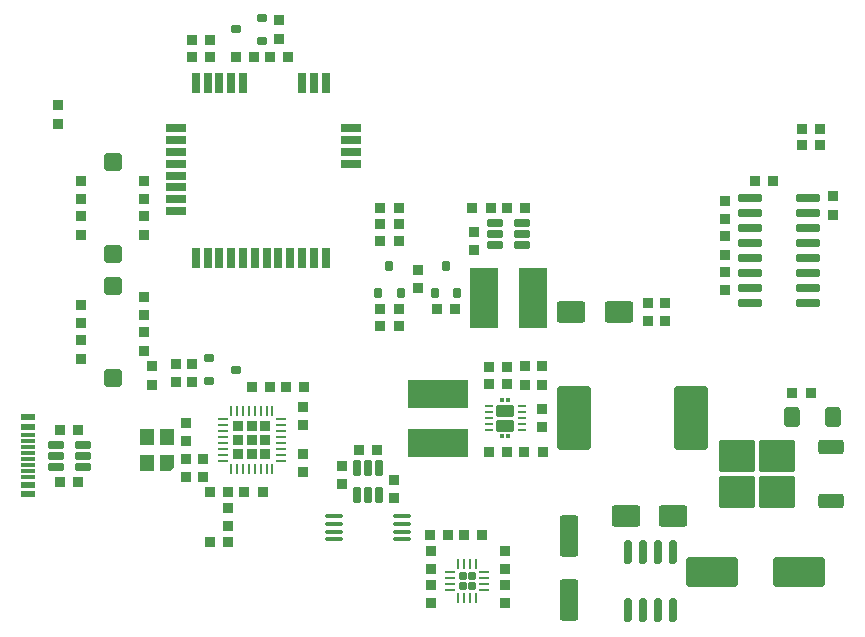
<source format=gtp>
G04 #@! TF.GenerationSoftware,KiCad,Pcbnew,8.0.2-8.0.2-0~ubuntu23.10.1*
G04 #@! TF.CreationDate,2024-05-02T10:42:59+07:00*
G04 #@! TF.ProjectId,Node_RS232,4e6f6465-5f52-4533-9233-322e6b696361,rev?*
G04 #@! TF.SameCoordinates,Original*
G04 #@! TF.FileFunction,Paste,Top*
G04 #@! TF.FilePolarity,Positive*
%FSLAX46Y46*%
G04 Gerber Fmt 4.6, Leading zero omitted, Abs format (unit mm)*
G04 Created by KiCad (PCBNEW 8.0.2-8.0.2-0~ubuntu23.10.1) date 2024-05-02 10:42:59*
%MOMM*%
%LPD*%
G01*
G04 APERTURE LIST*
G04 Aperture macros list*
%AMRoundRect*
0 Rectangle with rounded corners*
0 $1 Rounding radius*
0 $2 $3 $4 $5 $6 $7 $8 $9 X,Y pos of 4 corners*
0 Add a 4 corners polygon primitive as box body*
4,1,4,$2,$3,$4,$5,$6,$7,$8,$9,$2,$3,0*
0 Add four circle primitives for the rounded corners*
1,1,$1+$1,$2,$3*
1,1,$1+$1,$4,$5*
1,1,$1+$1,$6,$7*
1,1,$1+$1,$8,$9*
0 Add four rect primitives between the rounded corners*
20,1,$1+$1,$2,$3,$4,$5,0*
20,1,$1+$1,$4,$5,$6,$7,0*
20,1,$1+$1,$6,$7,$8,$9,0*
20,1,$1+$1,$8,$9,$2,$3,0*%
%AMFreePoly0*
4,1,18,-0.700000,0.540000,-0.695433,0.562961,-0.682426,0.582426,-0.662961,0.595433,-0.640000,0.600000,0.640000,0.600000,0.662961,0.595433,0.682426,0.582426,0.695433,0.562961,0.700000,0.540000,0.700000,-0.540000,0.695433,-0.562961,0.682426,-0.582426,0.662961,-0.595433,0.640000,-0.600000,-0.400000,-0.600000,-0.700000,-0.300000,-0.700000,0.540000,-0.700000,0.540000,$1*%
G04 Aperture macros list end*
%ADD10RoundRect,0.085000X0.365000X-0.340000X0.365000X0.340000X-0.365000X0.340000X-0.365000X-0.340000X0*%
%ADD11RoundRect,0.085000X0.340000X0.365000X-0.340000X0.365000X-0.340000X-0.365000X0.340000X-0.365000X0*%
%ADD12R,2.350000X5.100000*%
%ADD13R,0.700000X1.800000*%
%ADD14R,1.800000X0.700000*%
%ADD15RoundRect,0.250000X-0.550000X1.500000X-0.550000X-1.500000X0.550000X-1.500000X0.550000X1.500000X0*%
%ADD16RoundRect,0.085000X-0.340000X-0.365000X0.340000X-0.365000X0.340000X0.365000X-0.340000X0.365000X0*%
%ADD17RoundRect,0.060000X-0.915000X-0.240000X0.915000X-0.240000X0.915000X0.240000X-0.915000X0.240000X0*%
%ADD18RoundRect,0.085000X-0.365000X0.340000X-0.365000X-0.340000X0.365000X-0.340000X0.365000X0.340000X0*%
%ADD19RoundRect,0.100000X0.637500X0.100000X-0.637500X0.100000X-0.637500X-0.100000X0.637500X-0.100000X0*%
%ADD20R,1.300000X0.600000*%
%ADD21R,1.300000X0.300000*%
%ADD22RoundRect,0.090000X0.360000X0.210000X-0.360000X0.210000X-0.360000X-0.210000X0.360000X-0.210000X0*%
%ADD23RoundRect,0.090000X-0.560000X-0.210000X0.560000X-0.210000X0.560000X0.210000X-0.560000X0.210000X0*%
%ADD24R,5.100000X2.350000*%
%ADD25RoundRect,0.025000X-0.100000X-0.145000X0.100000X-0.145000X0.100000X0.145000X-0.100000X0.145000X0*%
%ADD26RoundRect,0.106000X-0.644000X-0.424000X0.644000X-0.424000X0.644000X0.424000X-0.644000X0.424000X0*%
%ADD27RoundRect,0.060000X-0.240000X-0.060000X0.240000X-0.060000X0.240000X0.060000X-0.240000X0.060000X0*%
%ADD28RoundRect,0.090000X0.210000X-0.360000X0.210000X0.360000X-0.210000X0.360000X-0.210000X-0.360000X0*%
%ADD29FreePoly0,90.000000*%
%ADD30RoundRect,0.060000X0.540000X-0.640000X0.540000X0.640000X-0.540000X0.640000X-0.540000X-0.640000X0*%
%ADD31RoundRect,0.290000X1.160000X2.410000X-1.160000X2.410000X-1.160000X-2.410000X1.160000X-2.410000X0*%
%ADD32RoundRect,0.250000X0.850000X0.350000X-0.850000X0.350000X-0.850000X-0.350000X0.850000X-0.350000X0*%
%ADD33RoundRect,0.250000X1.275000X1.125000X-1.275000X1.125000X-1.275000X-1.125000X1.275000X-1.125000X0*%
%ADD34RoundRect,0.090000X-0.360000X-0.210000X0.360000X-0.210000X0.360000X0.210000X-0.360000X0.210000X0*%
%ADD35RoundRect,0.090000X0.560000X0.210000X-0.560000X0.210000X-0.560000X-0.210000X0.560000X-0.210000X0*%
%ADD36RoundRect,0.232500X0.232500X-0.232500X0.232500X0.232500X-0.232500X0.232500X-0.232500X-0.232500X0*%
%ADD37RoundRect,0.062500X0.062500X-0.375000X0.062500X0.375000X-0.062500X0.375000X-0.062500X-0.375000X0*%
%ADD38RoundRect,0.062500X0.375000X-0.062500X0.375000X0.062500X-0.375000X0.062500X-0.375000X-0.062500X0*%
%ADD39RoundRect,0.172500X-0.172500X-0.172500X0.172500X-0.172500X0.172500X0.172500X-0.172500X0.172500X0*%
%ADD40RoundRect,0.062500X-0.375000X-0.062500X0.375000X-0.062500X0.375000X0.062500X-0.375000X0.062500X0*%
%ADD41RoundRect,0.062500X-0.062500X-0.375000X0.062500X-0.375000X0.062500X0.375000X-0.062500X0.375000X0*%
%ADD42RoundRect,0.150000X-0.600000X0.600000X-0.600000X-0.600000X0.600000X-0.600000X0.600000X0.600000X0*%
%ADD43RoundRect,0.090000X-0.210000X0.885000X-0.210000X-0.885000X0.210000X-0.885000X0.210000X0.885000X0*%
%ADD44RoundRect,0.250000X0.400000X0.600000X-0.400000X0.600000X-0.400000X-0.600000X0.400000X-0.600000X0*%
%ADD45RoundRect,0.090000X0.210000X-0.560000X0.210000X0.560000X-0.210000X0.560000X-0.210000X-0.560000X0*%
%ADD46RoundRect,0.180000X1.020000X0.720000X-1.020000X0.720000X-1.020000X-0.720000X1.020000X-0.720000X0*%
%ADD47RoundRect,0.250000X-1.950000X-1.000000X1.950000X-1.000000X1.950000X1.000000X-1.950000X1.000000X0*%
G04 APERTURE END LIST*
D10*
X116300000Y-90500000D03*
X116300000Y-88950000D03*
D11*
X148575000Y-81400000D03*
X147025000Y-81400000D03*
D12*
X145125000Y-89000000D03*
X149275000Y-89000000D03*
D11*
X136075000Y-101900000D03*
X134525000Y-101900000D03*
D13*
X120700000Y-85625000D03*
X121700000Y-85625000D03*
X122700000Y-85625000D03*
X123700000Y-85625000D03*
X124700000Y-85625000D03*
X125700000Y-85625000D03*
X126700000Y-85625000D03*
X127700000Y-85625000D03*
X128700000Y-85625000D03*
X129700000Y-85625000D03*
X130700000Y-85625000D03*
X131700000Y-85625000D03*
D14*
X133835000Y-77670000D03*
X133835000Y-76670000D03*
X133835000Y-75670000D03*
X133835000Y-74670000D03*
D13*
X131700000Y-70825000D03*
X130700000Y-70825000D03*
X129700000Y-70825000D03*
X124700000Y-70825000D03*
X123700000Y-70825000D03*
X122700000Y-70825000D03*
X121700000Y-70825000D03*
X120700000Y-70825000D03*
D14*
X119035000Y-74670000D03*
X119035000Y-75670000D03*
X119035000Y-76670000D03*
X119035000Y-77670000D03*
X119035000Y-78670000D03*
X119035000Y-79670000D03*
X119035000Y-80670000D03*
X119035000Y-81670000D03*
D10*
X111000000Y-91175000D03*
X111000000Y-89625000D03*
D15*
X152300000Y-109200000D03*
X152300000Y-114600000D03*
D16*
X136325000Y-90000000D03*
X137875000Y-90000000D03*
D11*
X137875000Y-84200000D03*
X136325000Y-84200000D03*
D17*
X167625000Y-80555000D03*
X167625000Y-81825000D03*
X167625000Y-83095000D03*
X167625000Y-84365000D03*
X167625000Y-85635000D03*
X167625000Y-86905000D03*
X167625000Y-88175000D03*
X167625000Y-89445000D03*
X172575000Y-89445000D03*
X172575000Y-88175000D03*
X172575000Y-86905000D03*
X172575000Y-85635000D03*
X172575000Y-84365000D03*
X172575000Y-83095000D03*
X172575000Y-81825000D03*
X172575000Y-80555000D03*
D18*
X129800000Y-98225000D03*
X129800000Y-99775000D03*
D16*
X136325000Y-82800000D03*
X137875000Y-82800000D03*
D10*
X127760000Y-67075000D03*
X127760000Y-65525000D03*
D16*
X109225000Y-100200000D03*
X110775000Y-100200000D03*
D19*
X138162500Y-109475000D03*
X138162500Y-108825000D03*
X138162500Y-108175000D03*
X138162500Y-107525000D03*
X132437500Y-107525000D03*
X132437500Y-108175000D03*
X132437500Y-108825000D03*
X132437500Y-109475000D03*
D20*
X106525000Y-99150000D03*
X106525000Y-99950000D03*
D21*
X106525000Y-101150000D03*
X106525000Y-102150000D03*
X106525000Y-102650000D03*
X106525000Y-103650000D03*
D20*
X106525000Y-104850000D03*
X106525000Y-105650000D03*
X106525000Y-105650000D03*
X106525000Y-104850000D03*
D21*
X106525000Y-104150000D03*
X106525000Y-103150000D03*
X106525000Y-101650000D03*
X106525000Y-100650000D03*
D20*
X106525000Y-99950000D03*
X106525000Y-99150000D03*
D10*
X140600000Y-111975000D03*
X140600000Y-110425000D03*
D16*
X109225000Y-104600000D03*
X110775000Y-104600000D03*
D22*
X126347500Y-67250000D03*
X126347500Y-65350000D03*
X124072500Y-66300000D03*
D11*
X123475000Y-105500000D03*
X121925000Y-105500000D03*
D16*
X120385000Y-67200000D03*
X121935000Y-67200000D03*
D10*
X111000000Y-80675000D03*
X111000000Y-79125000D03*
X116300000Y-83675000D03*
X116300000Y-82125000D03*
X123400000Y-108375000D03*
X123400000Y-106825000D03*
D18*
X160400000Y-89425000D03*
X160400000Y-90975000D03*
D16*
X120385000Y-68600000D03*
X121935000Y-68600000D03*
D18*
X150000000Y-98425000D03*
X150000000Y-99975000D03*
D11*
X142075000Y-109100000D03*
X140525000Y-109100000D03*
D16*
X128325000Y-96600000D03*
X129875000Y-96600000D03*
D11*
X128535000Y-68600000D03*
X126985000Y-68600000D03*
X147075000Y-96300000D03*
X145525000Y-96300000D03*
D18*
X129800000Y-102225000D03*
X129800000Y-103775000D03*
D10*
X146900000Y-114875000D03*
X146900000Y-113325000D03*
D23*
X108862500Y-101450000D03*
X108862500Y-102400000D03*
X108862500Y-103350000D03*
X111137500Y-103350000D03*
X111137500Y-102400000D03*
X111137500Y-101450000D03*
D24*
X141200000Y-97125000D03*
X141200000Y-101275000D03*
D25*
X146660000Y-97680000D03*
X146660000Y-100740000D03*
D26*
X146910000Y-98580000D03*
X146910000Y-99840000D03*
D25*
X147160000Y-97680000D03*
X147160000Y-100740000D03*
D27*
X145510000Y-98210000D03*
X145510000Y-98710000D03*
X145510000Y-99210000D03*
X145510000Y-99710000D03*
X145510000Y-100210000D03*
X148310000Y-100210000D03*
X148310000Y-99710000D03*
X148310000Y-99210000D03*
X148310000Y-98710000D03*
X148310000Y-98210000D03*
D18*
X117000000Y-94825000D03*
X117000000Y-96375000D03*
D11*
X137875000Y-91400000D03*
X136325000Y-91400000D03*
D28*
X136150000Y-88587500D03*
X138050000Y-88587500D03*
X137100000Y-86312500D03*
D10*
X137500000Y-105975000D03*
X137500000Y-104425000D03*
D29*
X118250000Y-103000000D03*
D30*
X118250000Y-100800000D03*
X116550000Y-100800000D03*
X116550000Y-103000000D03*
D31*
X162650000Y-99200000D03*
X152750000Y-99200000D03*
D32*
X174500000Y-106200000D03*
D33*
X169875000Y-105445000D03*
X169875000Y-102395000D03*
X166525000Y-105445000D03*
X166525000Y-102395000D03*
D32*
X174500000Y-101640000D03*
D16*
X143425000Y-109100000D03*
X144975000Y-109100000D03*
X124085000Y-68600000D03*
X125635000Y-68600000D03*
D11*
X173575000Y-74700000D03*
X172025000Y-74700000D03*
D18*
X165500000Y-83825000D03*
X165500000Y-85375000D03*
D11*
X172775000Y-97100000D03*
X171225000Y-97100000D03*
D10*
X146900000Y-111975000D03*
X146900000Y-110425000D03*
D34*
X121812500Y-94150000D03*
X121812500Y-96050000D03*
X124087500Y-95100000D03*
D10*
X120400000Y-96175000D03*
X120400000Y-94625000D03*
D35*
X148337500Y-84550000D03*
X148337500Y-83600000D03*
X148337500Y-82650000D03*
X146062500Y-82650000D03*
X146062500Y-83600000D03*
X146062500Y-84550000D03*
D36*
X124300000Y-102212500D03*
X125450000Y-102212500D03*
X126600000Y-102212500D03*
X124300000Y-101062500D03*
X125450000Y-101062500D03*
X126600000Y-101062500D03*
X124300000Y-99912500D03*
X125450000Y-99912500D03*
X126600000Y-99912500D03*
D37*
X123700000Y-103500000D03*
X124200000Y-103500000D03*
X124700000Y-103500000D03*
X125200000Y-103500000D03*
X125700000Y-103500000D03*
X126200000Y-103500000D03*
X126700000Y-103500000D03*
X127200000Y-103500000D03*
D38*
X127887500Y-102812500D03*
X127887500Y-102312500D03*
X127887500Y-101812500D03*
X127887500Y-101312500D03*
X127887500Y-100812500D03*
X127887500Y-100312500D03*
X127887500Y-99812500D03*
X127887500Y-99312500D03*
D37*
X127200000Y-98625000D03*
X126700000Y-98625000D03*
X126200000Y-98625000D03*
X125700000Y-98625000D03*
X125200000Y-98625000D03*
X124700000Y-98625000D03*
X124200000Y-98625000D03*
X123700000Y-98625000D03*
D38*
X123012500Y-99312500D03*
X123012500Y-99812500D03*
X123012500Y-100312500D03*
X123012500Y-100812500D03*
X123012500Y-101312500D03*
X123012500Y-101812500D03*
X123012500Y-102312500D03*
X123012500Y-102812500D03*
D16*
X148525000Y-102100000D03*
X150075000Y-102100000D03*
X124825000Y-105500000D03*
X126375000Y-105500000D03*
D10*
X119900000Y-104175000D03*
X119900000Y-102625000D03*
X140600000Y-114875000D03*
X140600000Y-113325000D03*
D11*
X147075000Y-102100000D03*
X145525000Y-102100000D03*
D10*
X119000000Y-96175000D03*
X119000000Y-94625000D03*
X148600000Y-96375000D03*
X148600000Y-94825000D03*
D39*
X143300000Y-112591421D03*
X143300000Y-113391421D03*
X144100000Y-112591421D03*
X144100000Y-113391421D03*
D40*
X142262500Y-112241421D03*
X142262500Y-112741421D03*
X142262500Y-113241421D03*
X142262500Y-113741421D03*
D41*
X142950000Y-114428921D03*
X143450000Y-114428921D03*
X143950000Y-114428921D03*
X144450000Y-114428921D03*
D40*
X145137500Y-113741421D03*
X145137500Y-113241421D03*
X145137500Y-112741421D03*
X145137500Y-112241421D03*
D41*
X144450000Y-111553921D03*
X143950000Y-111553921D03*
X143450000Y-111553921D03*
X142950000Y-111553921D03*
D18*
X165500000Y-86825000D03*
X165500000Y-88375000D03*
D42*
X113700000Y-88000000D03*
X113700000Y-95800000D03*
D28*
X140950000Y-88587500D03*
X142850000Y-88587500D03*
X141900000Y-86312500D03*
D18*
X121300000Y-102625000D03*
X121300000Y-104175000D03*
D11*
X145675000Y-81400000D03*
X144125000Y-81400000D03*
D43*
X161105000Y-110525000D03*
X159835000Y-110525000D03*
X158565000Y-110525000D03*
X157295000Y-110525000D03*
X157295000Y-115475000D03*
X158565000Y-115475000D03*
X159835000Y-115475000D03*
X161105000Y-115475000D03*
D10*
X174700000Y-81975000D03*
X174700000Y-80425000D03*
D16*
X168025000Y-79100000D03*
X169575000Y-79100000D03*
D10*
X116300000Y-93500000D03*
X116300000Y-91950000D03*
D44*
X174700000Y-99100000D03*
X171200000Y-99100000D03*
D11*
X142675000Y-90000000D03*
X141125000Y-90000000D03*
D18*
X159000000Y-89425000D03*
X159000000Y-90975000D03*
D10*
X144300000Y-84975000D03*
X144300000Y-83425000D03*
D45*
X134350000Y-105737500D03*
X135300000Y-105737500D03*
X136250000Y-105737500D03*
X136250000Y-103462500D03*
X135300000Y-103462500D03*
X134350000Y-103462500D03*
D18*
X139500000Y-86625000D03*
X139500000Y-88175000D03*
D10*
X116300000Y-80675000D03*
X116300000Y-79125000D03*
D18*
X119900000Y-99625000D03*
X119900000Y-101175000D03*
D10*
X133100000Y-104775000D03*
X133100000Y-103225000D03*
D18*
X150000000Y-94825000D03*
X150000000Y-96375000D03*
D10*
X111000000Y-83675000D03*
X111000000Y-82125000D03*
X111000000Y-94175000D03*
X111000000Y-92625000D03*
D11*
X126975000Y-96600000D03*
X125425000Y-96600000D03*
X123475000Y-109700000D03*
X121925000Y-109700000D03*
X137875000Y-81400000D03*
X136325000Y-81400000D03*
D10*
X165500000Y-82375000D03*
X165500000Y-80825000D03*
D46*
X161150000Y-107500000D03*
X157100000Y-107500000D03*
D42*
X113700000Y-77500000D03*
X113700000Y-85300000D03*
D10*
X109000000Y-74275000D03*
X109000000Y-72725000D03*
D11*
X173575000Y-76100000D03*
X172025000Y-76100000D03*
D47*
X164400000Y-112200000D03*
X171800000Y-112200000D03*
D46*
X156550000Y-90200000D03*
X152500000Y-90200000D03*
D11*
X147075000Y-94900000D03*
X145525000Y-94900000D03*
M02*

</source>
